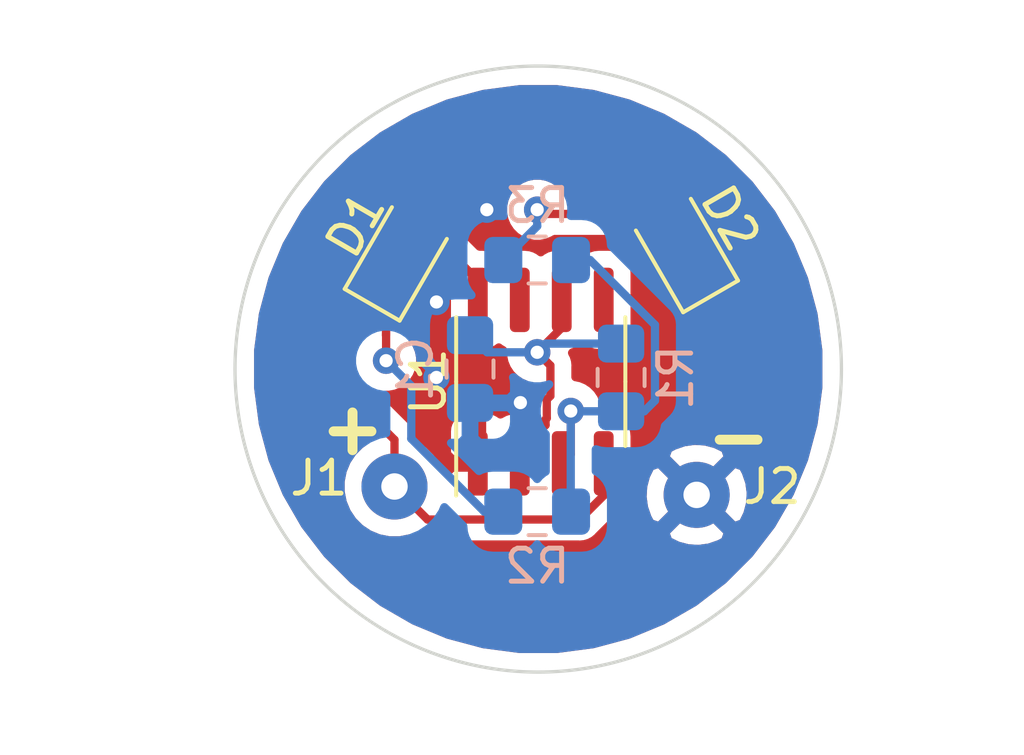
<source format=kicad_pcb>
(kicad_pcb (version 20171130) (host pcbnew 5.1.5-1.fc31)

  (general
    (thickness 1.6)
    (drawings 3)
    (tracks 60)
    (zones 0)
    (modules 9)
    (nets 9)
  )

  (page A4)
  (layers
    (0 F.Cu signal)
    (31 B.Cu signal)
    (32 B.Adhes user)
    (33 F.Adhes user)
    (34 B.Paste user)
    (35 F.Paste user)
    (36 B.SilkS user)
    (37 F.SilkS user)
    (38 B.Mask user)
    (39 F.Mask user)
    (40 Dwgs.User user)
    (41 Cmts.User user)
    (42 Eco1.User user)
    (43 Eco2.User user)
    (44 Edge.Cuts user)
    (45 Margin user)
    (46 B.CrtYd user)
    (47 F.CrtYd user)
    (48 B.Fab user)
    (49 F.Fab user)
  )

  (setup
    (last_trace_width 0.25)
    (trace_clearance 0.2)
    (zone_clearance 0.508)
    (zone_45_only no)
    (trace_min 0.2)
    (via_size 0.8)
    (via_drill 0.4)
    (via_min_size 0.4)
    (via_min_drill 0.3)
    (uvia_size 0.3)
    (uvia_drill 0.1)
    (uvias_allowed no)
    (uvia_min_size 0.2)
    (uvia_min_drill 0.1)
    (edge_width 0.1)
    (segment_width 0.2)
    (pcb_text_width 0.3)
    (pcb_text_size 1.5 1.5)
    (mod_edge_width 0.15)
    (mod_text_size 1 1)
    (mod_text_width 0.15)
    (pad_size 1.524 1.524)
    (pad_drill 0.762)
    (pad_to_mask_clearance 0)
    (aux_axis_origin 0 0)
    (visible_elements FFFFFF7F)
    (pcbplotparams
      (layerselection 0x010fc_ffffffff)
      (usegerberextensions false)
      (usegerberattributes false)
      (usegerberadvancedattributes false)
      (creategerberjobfile false)
      (excludeedgelayer true)
      (linewidth 0.100000)
      (plotframeref false)
      (viasonmask false)
      (mode 1)
      (useauxorigin false)
      (hpglpennumber 1)
      (hpglpenspeed 20)
      (hpglpendiameter 15.000000)
      (psnegative false)
      (psa4output false)
      (plotreference true)
      (plotvalue true)
      (plotinvisibletext false)
      (padsonsilk false)
      (subtractmaskfromsilk false)
      (outputformat 1)
      (mirror false)
      (drillshape 1)
      (scaleselection 1)
      (outputdirectory ""))
  )

  (net 0 "")
  (net 1 GND)
  (net 2 "Net-(C1-Pad1)")
  (net 3 +9V)
  (net 4 "Net-(D1-Pad1)")
  (net 5 "Net-(D2-Pad2)")
  (net 6 "Net-(R1-Pad1)")
  (net 7 "Net-(U1-Pad7)")
  (net 8 "Net-(U1-Pad5)")

  (net_class Default "This is the default net class."
    (clearance 0.2)
    (trace_width 0.25)
    (via_dia 0.8)
    (via_drill 0.4)
    (uvia_dia 0.3)
    (uvia_drill 0.1)
    (add_net +9V)
    (add_net GND)
    (add_net "Net-(C1-Pad1)")
    (add_net "Net-(D1-Pad1)")
    (add_net "Net-(D2-Pad2)")
    (add_net "Net-(R1-Pad1)")
    (add_net "Net-(U1-Pad5)")
    (add_net "Net-(U1-Pad7)")
  )

  (module Package_SO:SOIC-8_3.9x4.9mm_P1.27mm (layer F.Cu) (tedit 5D9F72B1) (tstamp 5E2BD8F9)
    (at 168.002 66.674 90)
    (descr "SOIC, 8 Pin (JEDEC MS-012AA, https://www.analog.com/media/en/package-pcb-resources/package/pkg_pdf/soic_narrow-r/r_8.pdf), generated with kicad-footprint-generator ipc_gullwing_generator.py")
    (tags "SOIC SO")
    (path /5E2A2875)
    (attr smd)
    (fp_text reference U1 (at 0 -3.4 90) (layer F.SilkS)
      (effects (font (size 1 1) (thickness 0.15)))
    )
    (fp_text value NE555 (at 0 3.4 90) (layer F.Fab)
      (effects (font (size 1 1) (thickness 0.15)))
    )
    (fp_text user %R (at 0 0 90) (layer F.Fab)
      (effects (font (size 0.98 0.98) (thickness 0.15)))
    )
    (fp_line (start 3.7 -2.7) (end -3.7 -2.7) (layer F.CrtYd) (width 0.05))
    (fp_line (start 3.7 2.7) (end 3.7 -2.7) (layer F.CrtYd) (width 0.05))
    (fp_line (start -3.7 2.7) (end 3.7 2.7) (layer F.CrtYd) (width 0.05))
    (fp_line (start -3.7 -2.7) (end -3.7 2.7) (layer F.CrtYd) (width 0.05))
    (fp_line (start -1.95 -1.475) (end -0.975 -2.45) (layer F.Fab) (width 0.1))
    (fp_line (start -1.95 2.45) (end -1.95 -1.475) (layer F.Fab) (width 0.1))
    (fp_line (start 1.95 2.45) (end -1.95 2.45) (layer F.Fab) (width 0.1))
    (fp_line (start 1.95 -2.45) (end 1.95 2.45) (layer F.Fab) (width 0.1))
    (fp_line (start -0.975 -2.45) (end 1.95 -2.45) (layer F.Fab) (width 0.1))
    (fp_line (start 0 -2.56) (end -3.45 -2.56) (layer F.SilkS) (width 0.12))
    (fp_line (start 0 -2.56) (end 1.95 -2.56) (layer F.SilkS) (width 0.12))
    (fp_line (start 0 2.56) (end -1.95 2.56) (layer F.SilkS) (width 0.12))
    (fp_line (start 0 2.56) (end 1.95 2.56) (layer F.SilkS) (width 0.12))
    (pad 8 smd roundrect (at 2.475 -1.905 90) (size 1.95 0.6) (layers F.Cu F.Paste F.Mask) (roundrect_rratio 0.25)
      (net 3 +9V))
    (pad 7 smd roundrect (at 2.475 -0.635 90) (size 1.95 0.6) (layers F.Cu F.Paste F.Mask) (roundrect_rratio 0.25)
      (net 7 "Net-(U1-Pad7)"))
    (pad 6 smd roundrect (at 2.475 0.635 90) (size 1.95 0.6) (layers F.Cu F.Paste F.Mask) (roundrect_rratio 0.25)
      (net 2 "Net-(C1-Pad1)"))
    (pad 5 smd roundrect (at 2.475 1.905 90) (size 1.95 0.6) (layers F.Cu F.Paste F.Mask) (roundrect_rratio 0.25)
      (net 8 "Net-(U1-Pad5)"))
    (pad 4 smd roundrect (at -2.475 1.905 90) (size 1.95 0.6) (layers F.Cu F.Paste F.Mask) (roundrect_rratio 0.25)
      (net 3 +9V))
    (pad 3 smd roundrect (at -2.475 0.635 90) (size 1.95 0.6) (layers F.Cu F.Paste F.Mask) (roundrect_rratio 0.25)
      (net 6 "Net-(R1-Pad1)"))
    (pad 2 smd roundrect (at -2.475 -0.635 90) (size 1.95 0.6) (layers F.Cu F.Paste F.Mask) (roundrect_rratio 0.25)
      (net 2 "Net-(C1-Pad1)"))
    (pad 1 smd roundrect (at -2.475 -1.905 90) (size 1.95 0.6) (layers F.Cu F.Paste F.Mask) (roundrect_rratio 0.25)
      (net 1 GND))
    (model ${KISYS3DMOD}/Package_SO.3dshapes/SOIC-8_3.9x4.9mm_P1.27mm.wrl
      (at (xyz 0 0 0))
      (scale (xyz 1 1 1))
      (rotate (xyz 0 0 0))
    )
  )

  (module Resistor_SMD:R_0805_2012Metric_Pad1.15x1.40mm_HandSolder (layer B.Cu) (tedit 5B36C52B) (tstamp 5E2BD8DF)
    (at 167.894 62.992 180)
    (descr "Resistor SMD 0805 (2012 Metric), square (rectangular) end terminal, IPC_7351 nominal with elongated pad for handsoldering. (Body size source: https://docs.google.com/spreadsheets/d/1BsfQQcO9C6DZCsRaXUlFlo91Tg2WpOkGARC1WS5S8t0/edit?usp=sharing), generated with kicad-footprint-generator")
    (tags "resistor handsolder")
    (path /5E2A6352)
    (attr smd)
    (fp_text reference R3 (at 0 1.65) (layer B.SilkS)
      (effects (font (size 1 1) (thickness 0.15)) (justify mirror))
    )
    (fp_text value 470 (at 0 -1.65) (layer B.Fab)
      (effects (font (size 1 1) (thickness 0.15)) (justify mirror))
    )
    (fp_text user %R (at 0 0) (layer B.Fab)
      (effects (font (size 0.5 0.5) (thickness 0.08)) (justify mirror))
    )
    (fp_line (start 1.85 -0.95) (end -1.85 -0.95) (layer B.CrtYd) (width 0.05))
    (fp_line (start 1.85 0.95) (end 1.85 -0.95) (layer B.CrtYd) (width 0.05))
    (fp_line (start -1.85 0.95) (end 1.85 0.95) (layer B.CrtYd) (width 0.05))
    (fp_line (start -1.85 -0.95) (end -1.85 0.95) (layer B.CrtYd) (width 0.05))
    (fp_line (start -0.261252 -0.71) (end 0.261252 -0.71) (layer B.SilkS) (width 0.12))
    (fp_line (start -0.261252 0.71) (end 0.261252 0.71) (layer B.SilkS) (width 0.12))
    (fp_line (start 1 -0.6) (end -1 -0.6) (layer B.Fab) (width 0.1))
    (fp_line (start 1 0.6) (end 1 -0.6) (layer B.Fab) (width 0.1))
    (fp_line (start -1 0.6) (end 1 0.6) (layer B.Fab) (width 0.1))
    (fp_line (start -1 -0.6) (end -1 0.6) (layer B.Fab) (width 0.1))
    (pad 2 smd roundrect (at 1.025 0 180) (size 1.15 1.4) (layers B.Cu B.Paste B.Mask) (roundrect_rratio 0.217391)
      (net 5 "Net-(D2-Pad2)"))
    (pad 1 smd roundrect (at -1.025 0 180) (size 1.15 1.4) (layers B.Cu B.Paste B.Mask) (roundrect_rratio 0.217391)
      (net 6 "Net-(R1-Pad1)"))
    (model ${KISYS3DMOD}/Resistor_SMD.3dshapes/R_0805_2012Metric.wrl
      (at (xyz 0 0 0))
      (scale (xyz 1 1 1))
      (rotate (xyz 0 0 0))
    )
  )

  (module Resistor_SMD:R_0805_2012Metric_Pad1.15x1.40mm_HandSolder (layer B.Cu) (tedit 5B36C52B) (tstamp 5E2BD8CE)
    (at 167.894 70.612)
    (descr "Resistor SMD 0805 (2012 Metric), square (rectangular) end terminal, IPC_7351 nominal with elongated pad for handsoldering. (Body size source: https://docs.google.com/spreadsheets/d/1BsfQQcO9C6DZCsRaXUlFlo91Tg2WpOkGARC1WS5S8t0/edit?usp=sharing), generated with kicad-footprint-generator")
    (tags "resistor handsolder")
    (path /5E2A5E44)
    (attr smd)
    (fp_text reference R2 (at 0 1.65 180) (layer B.SilkS)
      (effects (font (size 1 1) (thickness 0.15)) (justify mirror))
    )
    (fp_text value 470 (at 0 -1.65 180) (layer B.Fab)
      (effects (font (size 1 1) (thickness 0.15)) (justify mirror))
    )
    (fp_text user %R (at 0 0 180) (layer B.Fab)
      (effects (font (size 0.5 0.5) (thickness 0.08)) (justify mirror))
    )
    (fp_line (start 1.85 -0.95) (end -1.85 -0.95) (layer B.CrtYd) (width 0.05))
    (fp_line (start 1.85 0.95) (end 1.85 -0.95) (layer B.CrtYd) (width 0.05))
    (fp_line (start -1.85 0.95) (end 1.85 0.95) (layer B.CrtYd) (width 0.05))
    (fp_line (start -1.85 -0.95) (end -1.85 0.95) (layer B.CrtYd) (width 0.05))
    (fp_line (start -0.261252 -0.71) (end 0.261252 -0.71) (layer B.SilkS) (width 0.12))
    (fp_line (start -0.261252 0.71) (end 0.261252 0.71) (layer B.SilkS) (width 0.12))
    (fp_line (start 1 -0.6) (end -1 -0.6) (layer B.Fab) (width 0.1))
    (fp_line (start 1 0.6) (end 1 -0.6) (layer B.Fab) (width 0.1))
    (fp_line (start -1 0.6) (end 1 0.6) (layer B.Fab) (width 0.1))
    (fp_line (start -1 -0.6) (end -1 0.6) (layer B.Fab) (width 0.1))
    (pad 2 smd roundrect (at 1.025 0) (size 1.15 1.4) (layers B.Cu B.Paste B.Mask) (roundrect_rratio 0.217391)
      (net 6 "Net-(R1-Pad1)"))
    (pad 1 smd roundrect (at -1.025 0) (size 1.15 1.4) (layers B.Cu B.Paste B.Mask) (roundrect_rratio 0.217391)
      (net 4 "Net-(D1-Pad1)"))
    (model ${KISYS3DMOD}/Resistor_SMD.3dshapes/R_0805_2012Metric.wrl
      (at (xyz 0 0 0))
      (scale (xyz 1 1 1))
      (rotate (xyz 0 0 0))
    )
  )

  (module Resistor_SMD:R_0805_2012Metric_Pad1.15x1.40mm_HandSolder (layer B.Cu) (tedit 5B36C52B) (tstamp 5E2BD8BD)
    (at 170.434 66.548 90)
    (descr "Resistor SMD 0805 (2012 Metric), square (rectangular) end terminal, IPC_7351 nominal with elongated pad for handsoldering. (Body size source: https://docs.google.com/spreadsheets/d/1BsfQQcO9C6DZCsRaXUlFlo91Tg2WpOkGARC1WS5S8t0/edit?usp=sharing), generated with kicad-footprint-generator")
    (tags "resistor handsolder")
    (path /5E2A549B)
    (attr smd)
    (fp_text reference R1 (at 0 1.65 90) (layer B.SilkS)
      (effects (font (size 1 1) (thickness 0.15)) (justify mirror))
    )
    (fp_text value 47k (at 0 -1.65 90) (layer B.Fab)
      (effects (font (size 1 1) (thickness 0.15)) (justify mirror))
    )
    (fp_text user %R (at 0 0 90) (layer B.Fab)
      (effects (font (size 0.5 0.5) (thickness 0.08)) (justify mirror))
    )
    (fp_line (start 1.85 -0.95) (end -1.85 -0.95) (layer B.CrtYd) (width 0.05))
    (fp_line (start 1.85 0.95) (end 1.85 -0.95) (layer B.CrtYd) (width 0.05))
    (fp_line (start -1.85 0.95) (end 1.85 0.95) (layer B.CrtYd) (width 0.05))
    (fp_line (start -1.85 -0.95) (end -1.85 0.95) (layer B.CrtYd) (width 0.05))
    (fp_line (start -0.261252 -0.71) (end 0.261252 -0.71) (layer B.SilkS) (width 0.12))
    (fp_line (start -0.261252 0.71) (end 0.261252 0.71) (layer B.SilkS) (width 0.12))
    (fp_line (start 1 -0.6) (end -1 -0.6) (layer B.Fab) (width 0.1))
    (fp_line (start 1 0.6) (end 1 -0.6) (layer B.Fab) (width 0.1))
    (fp_line (start -1 0.6) (end 1 0.6) (layer B.Fab) (width 0.1))
    (fp_line (start -1 -0.6) (end -1 0.6) (layer B.Fab) (width 0.1))
    (pad 2 smd roundrect (at 1.025 0 90) (size 1.15 1.4) (layers B.Cu B.Paste B.Mask) (roundrect_rratio 0.217391)
      (net 2 "Net-(C1-Pad1)"))
    (pad 1 smd roundrect (at -1.025 0 90) (size 1.15 1.4) (layers B.Cu B.Paste B.Mask) (roundrect_rratio 0.217391)
      (net 6 "Net-(R1-Pad1)"))
    (model ${KISYS3DMOD}/Resistor_SMD.3dshapes/R_0805_2012Metric.wrl
      (at (xyz 0 0 0))
      (scale (xyz 1 1 1))
      (rotate (xyz 0 0 0))
    )
  )

  (module Connector_Wire:SolderWirePad_1x01_Drill0.8mm (layer F.Cu) (tedit 5A2676A0) (tstamp 5E2BD8AC)
    (at 172.72 70.104)
    (descr "Wire solder connection")
    (tags connector)
    (path /5E2B4D4C)
    (attr virtual)
    (fp_text reference J2 (at 2.286 -0.254) (layer F.SilkS)
      (effects (font (size 1 1) (thickness 0.15)))
    )
    (fp_text value Conn_01x01 (at 0 2.54) (layer F.Fab)
      (effects (font (size 1 1) (thickness 0.15)))
    )
    (fp_line (start 1.5 1.5) (end -1.5 1.5) (layer F.CrtYd) (width 0.05))
    (fp_line (start 1.5 1.5) (end 1.5 -1.5) (layer F.CrtYd) (width 0.05))
    (fp_line (start -1.5 -1.5) (end -1.5 1.5) (layer F.CrtYd) (width 0.05))
    (fp_line (start -1.5 -1.5) (end 1.5 -1.5) (layer F.CrtYd) (width 0.05))
    (fp_text user %R (at 0 0) (layer F.Fab)
      (effects (font (size 1 1) (thickness 0.15)))
    )
    (pad 1 thru_hole circle (at 0 0) (size 1.99898 1.99898) (drill 0.8001) (layers *.Cu *.Mask)
      (net 1 GND))
  )

  (module Connector_Wire:SolderWirePad_1x01_Drill0.8mm (layer F.Cu) (tedit 5A2676A0) (tstamp 5E2BD8A2)
    (at 163.576 69.85)
    (descr "Wire solder connection")
    (tags connector)
    (path /5E2B487D)
    (attr virtual)
    (fp_text reference J1 (at -2.286 -0.254) (layer F.SilkS)
      (effects (font (size 1 1) (thickness 0.15)))
    )
    (fp_text value Conn_01x01 (at 0 2.54) (layer F.Fab)
      (effects (font (size 1 1) (thickness 0.15)))
    )
    (fp_line (start 1.5 1.5) (end -1.5 1.5) (layer F.CrtYd) (width 0.05))
    (fp_line (start 1.5 1.5) (end 1.5 -1.5) (layer F.CrtYd) (width 0.05))
    (fp_line (start -1.5 -1.5) (end -1.5 1.5) (layer F.CrtYd) (width 0.05))
    (fp_line (start -1.5 -1.5) (end 1.5 -1.5) (layer F.CrtYd) (width 0.05))
    (fp_text user %R (at 0 0) (layer F.Fab)
      (effects (font (size 1 1) (thickness 0.15)))
    )
    (pad 1 thru_hole circle (at 0 0) (size 1.99898 1.99898) (drill 0.8001) (layers *.Cu *.Mask)
      (net 3 +9V))
  )

  (module LED_SMD:LED_0805_2012Metric_Pad1.15x1.40mm_HandSolder (layer F.Cu) (tedit 5B4B45C9) (tstamp 5E2BD898)
    (at 172.212 62.484 120)
    (descr "LED SMD 0805 (2012 Metric), square (rectangular) end terminal, IPC_7351 nominal, (Body size source: https://docs.google.com/spreadsheets/d/1BsfQQcO9C6DZCsRaXUlFlo91Tg2WpOkGARC1WS5S8t0/edit?usp=sharing), generated with kicad-footprint-generator")
    (tags "LED handsolder")
    (path /5E2A7570)
    (attr smd)
    (fp_text reference D2 (at -0.102089 1.700823 120) (layer F.SilkS)
      (effects (font (size 1 1) (thickness 0.15)))
    )
    (fp_text value LED (at 0 1.65 120) (layer F.Fab)
      (effects (font (size 1 1) (thickness 0.15)))
    )
    (fp_text user %R (at 0 0 120) (layer F.Fab)
      (effects (font (size 0.5 0.5) (thickness 0.08)))
    )
    (fp_line (start 1.85 0.95) (end -1.85 0.95) (layer F.CrtYd) (width 0.05))
    (fp_line (start 1.85 -0.95) (end 1.85 0.95) (layer F.CrtYd) (width 0.05))
    (fp_line (start -1.85 -0.95) (end 1.85 -0.95) (layer F.CrtYd) (width 0.05))
    (fp_line (start -1.85 0.95) (end -1.85 -0.95) (layer F.CrtYd) (width 0.05))
    (fp_line (start -1.86 0.96) (end 1 0.96) (layer F.SilkS) (width 0.12))
    (fp_line (start -1.86 -0.96) (end -1.86 0.96) (layer F.SilkS) (width 0.12))
    (fp_line (start 1 -0.96) (end -1.86 -0.96) (layer F.SilkS) (width 0.12))
    (fp_line (start 1 0.6) (end 1 -0.6) (layer F.Fab) (width 0.1))
    (fp_line (start -1 0.6) (end 1 0.6) (layer F.Fab) (width 0.1))
    (fp_line (start -1 -0.3) (end -1 0.6) (layer F.Fab) (width 0.1))
    (fp_line (start -0.7 -0.6) (end -1 -0.3) (layer F.Fab) (width 0.1))
    (fp_line (start 1 -0.6) (end -0.7 -0.6) (layer F.Fab) (width 0.1))
    (pad 2 smd roundrect (at 1.025 0 120) (size 1.15 1.4) (layers F.Cu F.Paste F.Mask) (roundrect_rratio 0.217391)
      (net 5 "Net-(D2-Pad2)"))
    (pad 1 smd roundrect (at -1.025 0 120) (size 1.15 1.4) (layers F.Cu F.Paste F.Mask) (roundrect_rratio 0.217391)
      (net 1 GND))
    (model ${KISYS3DMOD}/LED_SMD.3dshapes/LED_0805_2012Metric.wrl
      (at (xyz 0 0 0))
      (scale (xyz 1 1 1))
      (rotate (xyz 0 0 0))
    )
  )

  (module LED_SMD:LED_0805_2012Metric_Pad1.15x1.40mm_HandSolder (layer F.Cu) (tedit 5B4B45C9) (tstamp 5E2BD885)
    (at 163.83 62.738 60)
    (descr "LED SMD 0805 (2012 Metric), square (rectangular) end terminal, IPC_7351 nominal, (Body size source: https://docs.google.com/spreadsheets/d/1BsfQQcO9C6DZCsRaXUlFlo91Tg2WpOkGARC1WS5S8t0/edit?usp=sharing), generated with kicad-footprint-generator")
    (tags "LED handsolder")
    (path /5E2A6A5B)
    (attr smd)
    (fp_text reference D1 (at 0 -1.65 60) (layer F.SilkS)
      (effects (font (size 1 1) (thickness 0.15)))
    )
    (fp_text value LED (at 0 1.65 60) (layer F.Fab)
      (effects (font (size 1 1) (thickness 0.15)))
    )
    (fp_text user %R (at 0 0 60) (layer F.Fab)
      (effects (font (size 0.5 0.5) (thickness 0.08)))
    )
    (fp_line (start 1.85 0.95) (end -1.85 0.95) (layer F.CrtYd) (width 0.05))
    (fp_line (start 1.85 -0.95) (end 1.85 0.95) (layer F.CrtYd) (width 0.05))
    (fp_line (start -1.85 -0.95) (end 1.85 -0.95) (layer F.CrtYd) (width 0.05))
    (fp_line (start -1.85 0.95) (end -1.85 -0.95) (layer F.CrtYd) (width 0.05))
    (fp_line (start -1.86 0.96) (end 1 0.96) (layer F.SilkS) (width 0.12))
    (fp_line (start -1.86 -0.96) (end -1.86 0.96) (layer F.SilkS) (width 0.12))
    (fp_line (start 1 -0.96) (end -1.86 -0.96) (layer F.SilkS) (width 0.12))
    (fp_line (start 1 0.6) (end 1 -0.6) (layer F.Fab) (width 0.1))
    (fp_line (start -1 0.6) (end 1 0.6) (layer F.Fab) (width 0.1))
    (fp_line (start -1 -0.3) (end -1 0.6) (layer F.Fab) (width 0.1))
    (fp_line (start -0.7 -0.6) (end -1 -0.3) (layer F.Fab) (width 0.1))
    (fp_line (start 1 -0.6) (end -0.7 -0.6) (layer F.Fab) (width 0.1))
    (pad 2 smd roundrect (at 1.025 0 60) (size 1.15 1.4) (layers F.Cu F.Paste F.Mask) (roundrect_rratio 0.217391)
      (net 3 +9V))
    (pad 1 smd roundrect (at -1.025 0 60) (size 1.15 1.4) (layers F.Cu F.Paste F.Mask) (roundrect_rratio 0.217391)
      (net 4 "Net-(D1-Pad1)"))
    (model ${KISYS3DMOD}/LED_SMD.3dshapes/LED_0805_2012Metric.wrl
      (at (xyz 0 0 0))
      (scale (xyz 1 1 1))
      (rotate (xyz 0 0 0))
    )
  )

  (module Capacitor_SMD:C_0805_2012Metric_Pad1.15x1.40mm_HandSolder (layer B.Cu) (tedit 5B36C52B) (tstamp 5E2BD872)
    (at 165.862 66.294 270)
    (descr "Capacitor SMD 0805 (2012 Metric), square (rectangular) end terminal, IPC_7351 nominal with elongated pad for handsoldering. (Body size source: https://docs.google.com/spreadsheets/d/1BsfQQcO9C6DZCsRaXUlFlo91Tg2WpOkGARC1WS5S8t0/edit?usp=sharing), generated with kicad-footprint-generator")
    (tags "capacitor handsolder")
    (path /5E2A6626)
    (attr smd)
    (fp_text reference C1 (at 0 1.65 270) (layer B.SilkS)
      (effects (font (size 1 1) (thickness 0.15)) (justify mirror))
    )
    (fp_text value 10u (at 0 -1.65 270) (layer B.Fab)
      (effects (font (size 1 1) (thickness 0.15)) (justify mirror))
    )
    (fp_text user %R (at 0 0 270) (layer B.Fab)
      (effects (font (size 0.5 0.5) (thickness 0.08)) (justify mirror))
    )
    (fp_line (start 1.85 -0.95) (end -1.85 -0.95) (layer B.CrtYd) (width 0.05))
    (fp_line (start 1.85 0.95) (end 1.85 -0.95) (layer B.CrtYd) (width 0.05))
    (fp_line (start -1.85 0.95) (end 1.85 0.95) (layer B.CrtYd) (width 0.05))
    (fp_line (start -1.85 -0.95) (end -1.85 0.95) (layer B.CrtYd) (width 0.05))
    (fp_line (start -0.261252 -0.71) (end 0.261252 -0.71) (layer B.SilkS) (width 0.12))
    (fp_line (start -0.261252 0.71) (end 0.261252 0.71) (layer B.SilkS) (width 0.12))
    (fp_line (start 1 -0.6) (end -1 -0.6) (layer B.Fab) (width 0.1))
    (fp_line (start 1 0.6) (end 1 -0.6) (layer B.Fab) (width 0.1))
    (fp_line (start -1 0.6) (end 1 0.6) (layer B.Fab) (width 0.1))
    (fp_line (start -1 -0.6) (end -1 0.6) (layer B.Fab) (width 0.1))
    (pad 2 smd roundrect (at 1.025 0 270) (size 1.15 1.4) (layers B.Cu B.Paste B.Mask) (roundrect_rratio 0.217391)
      (net 1 GND))
    (pad 1 smd roundrect (at -1.025 0 270) (size 1.15 1.4) (layers B.Cu B.Paste B.Mask) (roundrect_rratio 0.217391)
      (net 2 "Net-(C1-Pad1)"))
    (model ${KISYS3DMOD}/Capacitor_SMD.3dshapes/C_0805_2012Metric.wrl
      (at (xyz 0 0 0))
      (scale (xyz 1 1 1))
      (rotate (xyz 0 0 0))
    )
  )

  (gr_circle (center 167.925695 66.294) (end 161.067695 60.198) (layer Edge.Cuts) (width 0.1))
  (gr_text - (at 173.99 68.326) (layer F.SilkS)
    (effects (font (size 1.5 1.5) (thickness 0.3)))
  )
  (gr_text + (at 162.306 68.072) (layer F.SilkS)
    (effects (font (size 1.5 1.5) (thickness 0.3)))
  )

  (via (at 167.386 67.31) (size 0.8) (drill 0.4) (layers F.Cu B.Cu) (net 1))
  (via (at 166.37 61.468) (size 0.8) (drill 0.4) (layers F.Cu B.Cu) (net 1))
  (via (at 164.846 66.548) (size 0.8) (drill 0.4) (layers F.Cu B.Cu) (net 1))
  (via (at 164.846 64.262) (size 0.8) (drill 0.4) (layers F.Cu B.Cu) (net 1))
  (via (at 167.894 65.786) (size 0.8) (drill 0.4) (layers F.Cu B.Cu) (net 2))
  (segment (start 170.434 65.523) (end 168.157 65.523) (width 0.25) (layer B.Cu) (net 2))
  (segment (start 168.157 65.523) (end 167.894 65.786) (width 0.25) (layer B.Cu) (net 2))
  (segment (start 168.637 65.043) (end 168.637 64.199) (width 0.25) (layer F.Cu) (net 2))
  (segment (start 167.894 65.786) (end 168.637 65.043) (width 0.25) (layer F.Cu) (net 2))
  (segment (start 166.379 65.786) (end 165.862 65.269) (width 0.25) (layer B.Cu) (net 2))
  (segment (start 167.894 65.786) (end 166.379 65.786) (width 0.25) (layer B.Cu) (net 2))
  (segment (start 168.293999 67.106999) (end 168.184999 67.215999) (width 0.25) (layer F.Cu) (net 2))
  (segment (start 167.894 65.786) (end 168.293999 66.185999) (width 0.25) (layer F.Cu) (net 2))
  (segment (start 168.293999 66.185999) (end 168.293999 67.106999) (width 0.25) (layer F.Cu) (net 2))
  (segment (start 168.184999 67.215999) (end 168.184999 67.781001) (width 0.25) (layer F.Cu) (net 2))
  (segment (start 168.148 67.991232) (end 167.894 68.245232) (width 0.25) (layer F.Cu) (net 2))
  (segment (start 168.184999 67.781001) (end 168.148 67.818) (width 0.25) (layer F.Cu) (net 2))
  (segment (start 168.148 67.818) (end 168.148 67.991232) (width 0.25) (layer F.Cu) (net 2))
  (segment (start 167.894 68.622) (end 167.367 69.149) (width 0.25) (layer F.Cu) (net 2))
  (segment (start 167.894 68.245232) (end 167.894 68.622) (width 0.25) (layer F.Cu) (net 2))
  (segment (start 169.907 70.124) (end 169.907 69.149) (width 0.25) (layer F.Cu) (net 3))
  (segment (start 169.181511 70.849489) (end 169.907 70.124) (width 0.25) (layer F.Cu) (net 3))
  (segment (start 164.575489 70.849489) (end 169.181511 70.849489) (width 0.25) (layer F.Cu) (net 3))
  (segment (start 163.576 69.85) (end 164.575489 70.849489) (width 0.25) (layer F.Cu) (net 3))
  (segment (start 163.546749 61.850324) (end 163.547983 61.850324) (width 0.25) (layer F.Cu) (net 3))
  (segment (start 163.576 68.436508) (end 162.190813 67.051321) (width 0.25) (layer F.Cu) (net 3))
  (segment (start 163.547983 61.850324) (end 164.3425 61.850324) (width 0.25) (layer F.Cu) (net 3))
  (segment (start 163.576 69.85) (end 163.576 68.436508) (width 0.25) (layer F.Cu) (net 3))
  (segment (start 166.097 63.604824) (end 166.097 64.199) (width 0.25) (layer F.Cu) (net 3))
  (segment (start 164.3425 61.850324) (end 166.097 63.604824) (width 0.25) (layer F.Cu) (net 3))
  (segment (start 162.190813 67.051321) (end 162.190813 64.654813) (width 0.25) (layer F.Cu) (net 3))
  (segment (start 162.190813 64.654813) (end 161.544 64.008) (width 0.25) (layer F.Cu) (net 3))
  (segment (start 161.544 64.008) (end 161.544 62.992) (width 0.25) (layer F.Cu) (net 3))
  (segment (start 162.685676 61.850324) (end 164.3425 61.850324) (width 0.25) (layer F.Cu) (net 3))
  (segment (start 161.544 62.992) (end 162.685676 61.850324) (width 0.25) (layer F.Cu) (net 3))
  (via (at 163.322 66.04) (size 0.8) (drill 0.4) (layers F.Cu B.Cu) (net 4))
  (segment (start 166.869 70.612) (end 166.294 70.612) (width 0.25) (layer B.Cu) (net 4))
  (segment (start 166.294 70.612) (end 164.084 68.402) (width 0.25) (layer B.Cu) (net 4))
  (segment (start 164.084 66.802) (end 163.322 66.04) (width 0.25) (layer B.Cu) (net 4))
  (segment (start 164.084 68.402) (end 164.084 66.802) (width 0.25) (layer B.Cu) (net 4))
  (segment (start 163.322 66.04) (end 163.322 65.024) (width 0.25) (layer F.Cu) (net 4))
  (segment (start 163.3175 65.2735) (end 163.322 65.024) (width 0.25) (layer F.Cu) (net 4))
  (segment (start 163.322 65.024) (end 163.3175 63.625676) (width 0.25) (layer F.Cu) (net 4))
  (via (at 167.894 61.468) (size 0.8) (drill 0.4) (layers F.Cu B.Cu) (net 5))
  (segment (start 171.6995 61.596324) (end 168.022324 61.596324) (width 0.25) (layer F.Cu) (net 5))
  (segment (start 168.022324 61.596324) (end 167.894 61.468) (width 0.25) (layer F.Cu) (net 5))
  (segment (start 167.894 61.967) (end 166.869 62.992) (width 0.25) (layer B.Cu) (net 5))
  (segment (start 167.894 61.468) (end 167.894 61.967) (width 0.25) (layer B.Cu) (net 5))
  (segment (start 171.45901 64.95701) (end 171.45901 67.24799) (width 0.25) (layer B.Cu) (net 6))
  (segment (start 171.45901 67.24799) (end 171.134 67.573) (width 0.25) (layer B.Cu) (net 6))
  (segment (start 169.494 62.992) (end 171.45901 64.95701) (width 0.25) (layer B.Cu) (net 6))
  (segment (start 171.134 67.573) (end 170.434 67.573) (width 0.25) (layer B.Cu) (net 6))
  (segment (start 168.919 62.992) (end 169.494 62.992) (width 0.25) (layer B.Cu) (net 6))
  (via (at 168.91 67.564) (size 0.8) (drill 0.4) (layers F.Cu B.Cu) (net 6))
  (segment (start 170.434 67.573) (end 168.919 67.573) (width 0.25) (layer B.Cu) (net 6))
  (segment (start 168.919 67.573) (end 168.91 67.564) (width 0.25) (layer B.Cu) (net 6))
  (segment (start 168.91 68.876) (end 168.637 69.149) (width 0.25) (layer F.Cu) (net 6))
  (segment (start 168.91 67.564) (end 168.91 68.876) (width 0.25) (layer F.Cu) (net 6))
  (segment (start 168.91 70.603) (end 168.919 70.612) (width 0.25) (layer B.Cu) (net 6))
  (segment (start 168.91 67.564) (end 168.91 70.603) (width 0.25) (layer B.Cu) (net 6))

  (zone (net 1) (net_name GND) (layer F.Cu) (tstamp 5E2BE5F3) (hatch edge 0.508)
    (connect_pads (clearance 0.508))
    (min_thickness 0.254)
    (fill yes (arc_segments 32) (thermal_gap 0.508) (thermal_bridge_width 0.508))
    (polygon
      (pts
        (xy 182.626 55.626) (xy 180.086 77.978) (xy 154.94 75.692) (xy 151.638 55.118)
      )
    )
    (filled_polygon
      (pts
        (xy 169.582147 57.966451) (xy 170.654939 58.253905) (xy 171.681033 58.678927) (xy 172.642872 59.234245) (xy 173.523999 59.910358)
        (xy 174.309337 60.695696) (xy 174.98545 61.576823) (xy 175.540768 62.538662) (xy 175.96579 63.564756) (xy 176.253244 64.637548)
        (xy 176.398211 65.738682) (xy 176.398211 66.849318) (xy 176.253244 67.950452) (xy 175.96579 69.023244) (xy 175.540768 70.049338)
        (xy 174.98545 71.011177) (xy 174.309337 71.892304) (xy 173.523999 72.677642) (xy 172.642872 73.353755) (xy 171.681033 73.909073)
        (xy 170.654939 74.334095) (xy 169.582147 74.621549) (xy 168.481013 74.766516) (xy 167.370377 74.766516) (xy 166.269243 74.621549)
        (xy 165.196451 74.334095) (xy 164.170357 73.909073) (xy 163.208518 73.353755) (xy 162.327391 72.677642) (xy 161.542053 71.892304)
        (xy 160.86594 71.011177) (xy 160.310622 70.049338) (xy 159.8856 69.023244) (xy 159.598146 67.950452) (xy 159.453179 66.849318)
        (xy 159.453179 65.738682) (xy 159.598146 64.637548) (xy 159.8856 63.564756) (xy 160.122843 62.992) (xy 160.780324 62.992)
        (xy 160.784001 63.029332) (xy 160.784 63.970677) (xy 160.780324 64.008) (xy 160.784 64.045322) (xy 160.784 64.045332)
        (xy 160.794997 64.156985) (xy 160.834328 64.286643) (xy 160.838454 64.300246) (xy 160.909026 64.432276) (xy 160.924579 64.451227)
        (xy 161.003999 64.548001) (xy 161.033002 64.571803) (xy 161.430814 64.969616) (xy 161.430813 67.013998) (xy 161.427137 67.051321)
        (xy 161.430813 67.088643) (xy 161.430813 67.088653) (xy 161.44181 67.200306) (xy 161.474174 67.306998) (xy 161.485267 67.343567)
        (xy 161.555839 67.475597) (xy 161.582633 67.508245) (xy 161.650812 67.591322) (xy 161.679816 67.615125) (xy 162.600628 68.535937)
        (xy 162.534073 68.580408) (xy 162.306408 68.808073) (xy 162.127533 69.075778) (xy 162.004322 69.373237) (xy 161.94151 69.689017)
        (xy 161.94151 70.010983) (xy 162.004322 70.326763) (xy 162.127533 70.624222) (xy 162.306408 70.891927) (xy 162.534073 71.119592)
        (xy 162.801778 71.298467) (xy 163.099237 71.421678) (xy 163.415017 71.48449) (xy 163.736983 71.48449) (xy 164.052763 71.421678)
        (xy 164.067348 71.415637) (xy 164.151212 71.484463) (xy 164.186639 71.503399) (xy 164.283242 71.555035) (xy 164.426503 71.598492)
        (xy 164.538156 71.609489) (xy 164.538166 71.609489) (xy 164.575489 71.613165) (xy 164.612812 71.609489) (xy 169.144189 71.609489)
        (xy 169.181511 71.613165) (xy 169.218833 71.609489) (xy 169.218844 71.609489) (xy 169.330497 71.598492) (xy 169.473758 71.555035)
        (xy 169.605787 71.484463) (xy 169.721512 71.38949) (xy 169.745314 71.360487) (xy 169.866751 71.23905) (xy 171.764555 71.23905)
        (xy 171.860258 71.503399) (xy 172.149787 71.644238) (xy 172.461229 71.725885) (xy 172.782615 71.745205) (xy 173.101595 71.701454)
        (xy 173.405911 71.596314) (xy 173.579742 71.503399) (xy 173.675445 71.23905) (xy 172.72 70.283605) (xy 171.764555 71.23905)
        (xy 169.866751 71.23905) (xy 170.418009 70.687794) (xy 170.447001 70.664001) (xy 170.46042 70.64765) (xy 170.494829 70.629258)
        (xy 170.614251 70.531251) (xy 170.712258 70.411829) (xy 170.785084 70.275582) (xy 170.818138 70.166615) (xy 171.078795 70.166615)
        (xy 171.122546 70.485595) (xy 171.227686 70.789911) (xy 171.320601 70.963742) (xy 171.58495 71.059445) (xy 172.540395 70.104)
        (xy 172.899605 70.104) (xy 173.85505 71.059445) (xy 174.119399 70.963742) (xy 174.260238 70.674213) (xy 174.341885 70.362771)
        (xy 174.361205 70.041385) (xy 174.317454 69.722405) (xy 174.212314 69.418089) (xy 174.119399 69.244258) (xy 173.85505 69.148555)
        (xy 172.899605 70.104) (xy 172.540395 70.104) (xy 171.58495 69.148555) (xy 171.320601 69.244258) (xy 171.179762 69.533787)
        (xy 171.098115 69.845229) (xy 171.078795 70.166615) (xy 170.818138 70.166615) (xy 170.829929 70.127745) (xy 170.845072 69.974)
        (xy 170.845072 68.96895) (xy 171.764555 68.96895) (xy 172.72 69.924395) (xy 173.675445 68.96895) (xy 173.579742 68.704601)
        (xy 173.290213 68.563762) (xy 172.978771 68.482115) (xy 172.657385 68.462795) (xy 172.338405 68.506546) (xy 172.034089 68.611686)
        (xy 171.860258 68.704601) (xy 171.764555 68.96895) (xy 170.845072 68.96895) (xy 170.845072 68.324) (xy 170.829929 68.170255)
        (xy 170.785084 68.022418) (xy 170.712258 67.886171) (xy 170.614251 67.766749) (xy 170.494829 67.668742) (xy 170.358582 67.595916)
        (xy 170.210745 67.551071) (xy 170.057 67.535928) (xy 169.945 67.535928) (xy 169.945 67.462061) (xy 169.905226 67.262102)
        (xy 169.827205 67.073744) (xy 169.713937 66.904226) (xy 169.569774 66.760063) (xy 169.400256 66.646795) (xy 169.211898 66.568774)
        (xy 169.053999 66.537366) (xy 169.053999 66.223321) (xy 169.057675 66.185998) (xy 169.053999 66.148676) (xy 169.053999 66.148666)
        (xy 169.043002 66.037013) (xy 168.999545 65.893752) (xy 168.951303 65.803499) (xy 168.96533 65.789471) (xy 169.088582 65.752084)
        (xy 169.224829 65.679258) (xy 169.272 65.640546) (xy 169.319171 65.679258) (xy 169.455418 65.752084) (xy 169.603255 65.796929)
        (xy 169.757 65.812072) (xy 170.057 65.812072) (xy 170.210745 65.796929) (xy 170.358582 65.752084) (xy 170.494829 65.679258)
        (xy 170.614251 65.581251) (xy 170.712258 65.461829) (xy 170.785084 65.325582) (xy 170.829929 65.177745) (xy 170.845072 65.024)
        (xy 170.845072 64.286643) (xy 171.711231 64.286643) (xy 171.853196 64.538677) (xy 171.926054 64.640351) (xy 172.017349 64.725858)
        (xy 172.123571 64.79191) (xy 172.240637 64.835971) (xy 172.36405 64.856346) (xy 172.489067 64.852254) (xy 172.610884 64.823851)
        (xy 172.724818 64.772227) (xy 173.082033 64.562442) (xy 173.14014 64.345585) (xy 172.678015 63.545161) (xy 171.769338 64.069786)
        (xy 171.711231 64.286643) (xy 170.845072 64.286643) (xy 170.845072 63.374) (xy 170.829929 63.220255) (xy 170.785084 63.072418)
        (xy 170.712258 62.936171) (xy 170.614251 62.816749) (xy 170.494829 62.718742) (xy 170.358582 62.645916) (xy 170.210745 62.601071)
        (xy 170.057 62.585928) (xy 169.757 62.585928) (xy 169.603255 62.601071) (xy 169.455418 62.645916) (xy 169.319171 62.718742)
        (xy 169.272 62.757454) (xy 169.224829 62.718742) (xy 169.088582 62.645916) (xy 168.940745 62.601071) (xy 168.787 62.585928)
        (xy 168.487 62.585928) (xy 168.333255 62.601071) (xy 168.185418 62.645916) (xy 168.049171 62.718742) (xy 168.002 62.757454)
        (xy 167.954829 62.718742) (xy 167.818582 62.645916) (xy 167.670745 62.601071) (xy 167.517 62.585928) (xy 167.217 62.585928)
        (xy 167.063255 62.601071) (xy 166.915418 62.645916) (xy 166.779171 62.718742) (xy 166.732 62.757454) (xy 166.684829 62.718742)
        (xy 166.548582 62.645916) (xy 166.400745 62.601071) (xy 166.247 62.585928) (xy 166.152906 62.585928) (xy 165.707793 62.140816)
        (xy 165.735654 62.079326) (xy 165.775186 61.909781) (xy 165.780883 61.735782) (xy 165.752524 61.564015) (xy 165.6912 61.401081)
        (xy 165.669424 61.366061) (xy 166.859 61.366061) (xy 166.859 61.569939) (xy 166.898774 61.769898) (xy 166.976795 61.958256)
        (xy 167.090063 62.127774) (xy 167.234226 62.271937) (xy 167.403744 62.385205) (xy 167.592102 62.463226) (xy 167.792061 62.503)
        (xy 167.995939 62.503) (xy 168.195898 62.463226) (xy 168.384256 62.385205) (xy 168.42748 62.356324) (xy 170.593214 62.356324)
        (xy 170.703196 62.546819) (xy 170.804601 62.68833) (xy 170.931664 62.807338) (xy 171.079504 62.899271) (xy 171.242438 62.960595)
        (xy 171.250806 62.961977) (xy 171.214452 63.058566) (xy 171.194077 63.181979) (xy 171.198169 63.306996) (xy 171.226572 63.428813)
        (xy 171.278196 63.542747) (xy 171.425481 63.791709) (xy 171.642338 63.849816) (xy 172.389986 63.418161) (xy 172.897985 63.418161)
        (xy 173.36011 64.218585) (xy 173.576967 64.276692) (xy 173.937254 64.072227) (xy 174.038928 63.999369) (xy 174.124435 63.908074)
        (xy 174.190487 63.801852) (xy 174.234548 63.684786) (xy 174.254923 63.561373) (xy 174.250831 63.436356) (xy 174.222428 63.314539)
        (xy 174.170804 63.200605) (xy 174.023519 62.951643) (xy 173.806662 62.893536) (xy 172.897985 63.418161) (xy 172.389986 63.418161)
        (xy 172.551015 63.325191) (xy 172.541015 63.30787) (xy 172.760985 63.18087) (xy 172.770985 63.198191) (xy 173.679662 62.673566)
        (xy 173.737769 62.456709) (xy 173.595804 62.204675) (xy 173.522946 62.103001) (xy 173.431651 62.017494) (xy 173.325429 61.951442)
        (xy 173.208363 61.907381) (xy 173.106537 61.89057) (xy 173.109524 61.882633) (xy 173.137883 61.710866) (xy 173.132186 61.536867)
        (xy 173.092654 61.367322) (xy 173.020805 61.208748) (xy 172.695804 60.645829) (xy 172.594399 60.504318) (xy 172.467336 60.38531)
        (xy 172.319496 60.293377) (xy 172.156562 60.232053) (xy 171.984795 60.203694) (xy 171.810796 60.209391) (xy 171.641251 60.248923)
        (xy 171.482677 60.320772) (xy 170.703252 60.770773) (xy 170.611775 60.836324) (xy 168.716711 60.836324) (xy 168.697937 60.808226)
        (xy 168.553774 60.664063) (xy 168.384256 60.550795) (xy 168.195898 60.472774) (xy 167.995939 60.433) (xy 167.792061 60.433)
        (xy 167.592102 60.472774) (xy 167.403744 60.550795) (xy 167.234226 60.664063) (xy 167.090063 60.808226) (xy 166.976795 60.977744)
        (xy 166.898774 61.166102) (xy 166.859 61.366061) (xy 165.669424 61.366061) (xy 165.599267 61.253241) (xy 165.480259 61.126178)
        (xy 165.338748 61.024773) (xy 164.559323 60.574772) (xy 164.400749 60.502923) (xy 164.231204 60.463391) (xy 164.057205 60.457694)
        (xy 163.885438 60.486053) (xy 163.722504 60.547378) (xy 163.574664 60.63931) (xy 163.447601 60.758318) (xy 163.346196 60.899829)
        (xy 163.236214 61.090324) (xy 162.723001 61.090324) (xy 162.685676 61.086648) (xy 162.648351 61.090324) (xy 162.648343 61.090324)
        (xy 162.53669 61.101321) (xy 162.393429 61.144778) (xy 162.2614 61.21535) (xy 162.145675 61.310323) (xy 162.121877 61.339321)
        (xy 161.032998 62.428201) (xy 161.004 62.451999) (xy 160.980202 62.480997) (xy 160.980201 62.480998) (xy 160.909026 62.567724)
        (xy 160.838454 62.699754) (xy 160.825038 62.743983) (xy 160.795565 62.841147) (xy 160.794998 62.843015) (xy 160.780324 62.992)
        (xy 160.122843 62.992) (xy 160.310622 62.538662) (xy 160.86594 61.576823) (xy 161.542053 60.695696) (xy 162.327391 59.910358)
        (xy 163.208518 59.234245) (xy 164.170357 58.678927) (xy 165.196451 58.253905) (xy 166.269243 57.966451) (xy 167.370377 57.821484)
        (xy 168.481013 57.821484)
      )
    )
    (filled_polygon
      (pts
        (xy 165.158928 63.741554) (xy 165.158928 65.024) (xy 165.174071 65.177745) (xy 165.218916 65.325582) (xy 165.291742 65.461829)
        (xy 165.389749 65.581251) (xy 165.509171 65.679258) (xy 165.645418 65.752084) (xy 165.793255 65.796929) (xy 165.947 65.812072)
        (xy 166.247 65.812072) (xy 166.400745 65.796929) (xy 166.548582 65.752084) (xy 166.684829 65.679258) (xy 166.732 65.640546)
        (xy 166.779171 65.679258) (xy 166.859 65.721928) (xy 166.859 65.887939) (xy 166.898774 66.087898) (xy 166.976795 66.276256)
        (xy 167.090063 66.445774) (xy 167.234226 66.589937) (xy 167.403744 66.703205) (xy 167.534 66.757159) (xy 167.534 66.821704)
        (xy 167.479454 66.923752) (xy 167.479453 66.923753) (xy 167.435996 67.067014) (xy 167.424999 67.178667) (xy 167.424999 67.178677)
        (xy 167.421323 67.215999) (xy 167.424999 67.253321) (xy 167.424999 67.535928) (xy 167.217 67.535928) (xy 167.063255 67.551071)
        (xy 166.915418 67.595916) (xy 166.781064 67.66773) (xy 166.751494 67.643463) (xy 166.64118 67.584498) (xy 166.521482 67.548188)
        (xy 166.397 67.535928) (xy 166.38275 67.539) (xy 166.224 67.69775) (xy 166.224 69.022) (xy 166.244 69.022)
        (xy 166.244 69.276) (xy 166.224 69.276) (xy 166.224 69.296) (xy 165.97 69.296) (xy 165.97 69.276)
        (xy 165.32075 69.276) (xy 165.162 69.43475) (xy 165.161954 69.445009) (xy 165.147678 69.373237) (xy 165.024467 69.075778)
        (xy 164.845592 68.808073) (xy 164.617927 68.580408) (xy 164.350222 68.401533) (xy 164.335637 68.395492) (xy 164.325003 68.287522)
        (xy 164.290568 68.174) (xy 165.158928 68.174) (xy 165.162 68.86325) (xy 165.32075 69.022) (xy 165.97 69.022)
        (xy 165.97 67.69775) (xy 165.81125 67.539) (xy 165.797 67.535928) (xy 165.672518 67.548188) (xy 165.55282 67.584498)
        (xy 165.442506 67.643463) (xy 165.345815 67.722815) (xy 165.266463 67.819506) (xy 165.207498 67.92982) (xy 165.171188 68.049518)
        (xy 165.158928 68.174) (xy 164.290568 68.174) (xy 164.281546 68.144261) (xy 164.210974 68.012232) (xy 164.116001 67.896507)
        (xy 164.087003 67.872709) (xy 163.289293 67.075) (xy 163.423939 67.075) (xy 163.623898 67.035226) (xy 163.812256 66.957205)
        (xy 163.981774 66.843937) (xy 164.125937 66.699774) (xy 164.239205 66.530256) (xy 164.317226 66.341898) (xy 164.357 66.141939)
        (xy 164.357 65.938061) (xy 164.317226 65.738102) (xy 164.239205 65.549744) (xy 164.125937 65.380226) (xy 164.082 65.336289)
        (xy 164.082 65.060104) (xy 164.082116 65.058886) (xy 164.082022 65.029612) (xy 164.082549 65.000378) (xy 164.082 64.993543)
        (xy 164.082 64.986667) (xy 164.08188 64.985445) (xy 164.081409 64.839132) (xy 164.085336 64.83669) (xy 164.212399 64.717682)
        (xy 164.313804 64.576171) (xy 164.638805 64.013252) (xy 164.710654 63.854678) (xy 164.750186 63.685133) (xy 164.755883 63.511134)
        (xy 164.727524 63.339367) (xy 164.709891 63.292516)
      )
    )
  )
  (zone (net 1) (net_name GND) (layer B.Cu) (tstamp 5E2BE5F0) (hatch edge 0.508)
    (connect_pads (clearance 0.508))
    (min_thickness 0.254)
    (fill yes (arc_segments 32) (thermal_gap 0.508) (thermal_bridge_width 0.508))
    (polygon
      (pts
        (xy 180.086 55.626) (xy 179.07 76.962) (xy 158.496 76.2) (xy 153.924 60.706) (xy 156.464 55.372)
      )
    )
    (filled_polygon
      (pts
        (xy 169.582147 57.966451) (xy 170.654939 58.253905) (xy 171.681033 58.678927) (xy 172.642872 59.234245) (xy 173.523999 59.910358)
        (xy 174.309337 60.695696) (xy 174.98545 61.576823) (xy 175.540768 62.538662) (xy 175.96579 63.564756) (xy 176.253244 64.637548)
        (xy 176.398211 65.738682) (xy 176.398211 66.849318) (xy 176.253244 67.950452) (xy 175.96579 69.023244) (xy 175.540768 70.049338)
        (xy 174.98545 71.011177) (xy 174.309337 71.892304) (xy 173.523999 72.677642) (xy 172.642872 73.353755) (xy 171.681033 73.909073)
        (xy 170.654939 74.334095) (xy 169.582147 74.621549) (xy 168.481013 74.766516) (xy 167.370377 74.766516) (xy 166.269243 74.621549)
        (xy 165.196451 74.334095) (xy 164.170357 73.909073) (xy 163.208518 73.353755) (xy 162.327391 72.677642) (xy 161.542053 71.892304)
        (xy 160.86594 71.011177) (xy 160.310622 70.049338) (xy 160.161373 69.689017) (xy 161.94151 69.689017) (xy 161.94151 70.010983)
        (xy 162.004322 70.326763) (xy 162.127533 70.624222) (xy 162.306408 70.891927) (xy 162.534073 71.119592) (xy 162.801778 71.298467)
        (xy 163.099237 71.421678) (xy 163.415017 71.48449) (xy 163.736983 71.48449) (xy 164.052763 71.421678) (xy 164.350222 71.298467)
        (xy 164.617927 71.119592) (xy 164.845592 70.891927) (xy 165.024467 70.624222) (xy 165.085082 70.477884) (xy 165.655928 71.04873)
        (xy 165.655928 71.062001) (xy 165.672992 71.235255) (xy 165.723528 71.401851) (xy 165.805595 71.555387) (xy 165.916038 71.689962)
        (xy 166.050613 71.800405) (xy 166.204149 71.882472) (xy 166.370745 71.933008) (xy 166.543999 71.950072) (xy 167.194001 71.950072)
        (xy 167.367255 71.933008) (xy 167.533851 71.882472) (xy 167.687387 71.800405) (xy 167.821962 71.689962) (xy 167.894 71.602184)
        (xy 167.966038 71.689962) (xy 168.100613 71.800405) (xy 168.254149 71.882472) (xy 168.420745 71.933008) (xy 168.593999 71.950072)
        (xy 169.244001 71.950072) (xy 169.417255 71.933008) (xy 169.583851 71.882472) (xy 169.737387 71.800405) (xy 169.871962 71.689962)
        (xy 169.982405 71.555387) (xy 170.064472 71.401851) (xy 170.113856 71.23905) (xy 171.764555 71.23905) (xy 171.860258 71.503399)
        (xy 172.149787 71.644238) (xy 172.461229 71.725885) (xy 172.782615 71.745205) (xy 173.101595 71.701454) (xy 173.405911 71.596314)
        (xy 173.579742 71.503399) (xy 173.675445 71.23905) (xy 172.72 70.283605) (xy 171.764555 71.23905) (xy 170.113856 71.23905)
        (xy 170.115008 71.235255) (xy 170.132072 71.062001) (xy 170.132072 70.166615) (xy 171.078795 70.166615) (xy 171.122546 70.485595)
        (xy 171.227686 70.789911) (xy 171.320601 70.963742) (xy 171.58495 71.059445) (xy 172.540395 70.104) (xy 172.899605 70.104)
        (xy 173.85505 71.059445) (xy 174.119399 70.963742) (xy 174.260238 70.674213) (xy 174.341885 70.362771) (xy 174.361205 70.041385)
        (xy 174.317454 69.722405) (xy 174.212314 69.418089) (xy 174.119399 69.244258) (xy 173.85505 69.148555) (xy 172.899605 70.104)
        (xy 172.540395 70.104) (xy 171.58495 69.148555) (xy 171.320601 69.244258) (xy 171.179762 69.533787) (xy 171.098115 69.845229)
        (xy 171.078795 70.166615) (xy 170.132072 70.166615) (xy 170.132072 70.161999) (xy 170.115008 69.988745) (xy 170.064472 69.822149)
        (xy 169.982405 69.668613) (xy 169.871962 69.534038) (xy 169.737387 69.423595) (xy 169.67 69.387576) (xy 169.67 68.96895)
        (xy 171.764555 68.96895) (xy 172.72 69.924395) (xy 173.675445 68.96895) (xy 173.579742 68.704601) (xy 173.290213 68.563762)
        (xy 172.978771 68.482115) (xy 172.657385 68.462795) (xy 172.338405 68.506546) (xy 172.034089 68.611686) (xy 171.860258 68.704601)
        (xy 171.764555 68.96895) (xy 169.67 68.96895) (xy 169.67 68.726314) (xy 169.810745 68.769008) (xy 169.983999 68.786072)
        (xy 170.884001 68.786072) (xy 171.057255 68.769008) (xy 171.223851 68.718472) (xy 171.377387 68.636405) (xy 171.511962 68.525962)
        (xy 171.622405 68.391387) (xy 171.704472 68.237851) (xy 171.755008 68.071255) (xy 171.759866 68.021935) (xy 171.970007 67.811794)
        (xy 171.999011 67.787991) (xy 172.093984 67.672266) (xy 172.164556 67.540237) (xy 172.208013 67.396976) (xy 172.21901 67.285323)
        (xy 172.222687 67.24799) (xy 172.21901 67.210657) (xy 172.21901 64.994335) (xy 172.222686 64.95701) (xy 172.21901 64.919685)
        (xy 172.21901 64.919677) (xy 172.208013 64.808024) (xy 172.164556 64.664763) (xy 172.093984 64.532734) (xy 171.999011 64.417009)
        (xy 171.970014 64.393212) (xy 170.132072 62.555271) (xy 170.132072 62.541999) (xy 170.115008 62.368745) (xy 170.064472 62.202149)
        (xy 169.982405 62.048613) (xy 169.871962 61.914038) (xy 169.737387 61.803595) (xy 169.583851 61.721528) (xy 169.417255 61.670992)
        (xy 169.244001 61.653928) (xy 168.912294 61.653928) (xy 168.929 61.569939) (xy 168.929 61.366061) (xy 168.889226 61.166102)
        (xy 168.811205 60.977744) (xy 168.697937 60.808226) (xy 168.553774 60.664063) (xy 168.384256 60.550795) (xy 168.195898 60.472774)
        (xy 167.995939 60.433) (xy 167.792061 60.433) (xy 167.592102 60.472774) (xy 167.403744 60.550795) (xy 167.234226 60.664063)
        (xy 167.090063 60.808226) (xy 166.976795 60.977744) (xy 166.898774 61.166102) (xy 166.859 61.366061) (xy 166.859 61.569939)
        (xy 166.875706 61.653928) (xy 166.543999 61.653928) (xy 166.370745 61.670992) (xy 166.204149 61.721528) (xy 166.050613 61.803595)
        (xy 165.916038 61.914038) (xy 165.805595 62.048613) (xy 165.723528 62.202149) (xy 165.672992 62.368745) (xy 165.655928 62.541999)
        (xy 165.655928 63.442001) (xy 165.672992 63.615255) (xy 165.723528 63.781851) (xy 165.805595 63.935387) (xy 165.904521 64.055928)
        (xy 165.411999 64.055928) (xy 165.238745 64.072992) (xy 165.072149 64.123528) (xy 164.918613 64.205595) (xy 164.784038 64.316038)
        (xy 164.673595 64.450613) (xy 164.591528 64.604149) (xy 164.540992 64.770745) (xy 164.523928 64.943999) (xy 164.523928 65.594001)
        (xy 164.540992 65.767255) (xy 164.591528 65.933851) (xy 164.673595 66.087387) (xy 164.784038 66.221962) (xy 164.790594 66.227342)
        (xy 164.710815 66.292815) (xy 164.680053 66.330299) (xy 164.624001 66.261999) (xy 164.595002 66.238201) (xy 164.357 66.000198)
        (xy 164.357 65.938061) (xy 164.317226 65.738102) (xy 164.239205 65.549744) (xy 164.125937 65.380226) (xy 163.981774 65.236063)
        (xy 163.812256 65.122795) (xy 163.623898 65.044774) (xy 163.423939 65.005) (xy 163.220061 65.005) (xy 163.020102 65.044774)
        (xy 162.831744 65.122795) (xy 162.662226 65.236063) (xy 162.518063 65.380226) (xy 162.404795 65.549744) (xy 162.326774 65.738102)
        (xy 162.287 65.938061) (xy 162.287 66.141939) (xy 162.326774 66.341898) (xy 162.404795 66.530256) (xy 162.518063 66.699774)
        (xy 162.662226 66.843937) (xy 162.831744 66.957205) (xy 163.020102 67.035226) (xy 163.220061 67.075) (xy 163.282198 67.075)
        (xy 163.324001 67.116802) (xy 163.324 68.233614) (xy 163.099237 68.278322) (xy 162.801778 68.401533) (xy 162.534073 68.580408)
        (xy 162.306408 68.808073) (xy 162.127533 69.075778) (xy 162.004322 69.373237) (xy 161.94151 69.689017) (xy 160.161373 69.689017)
        (xy 159.8856 69.023244) (xy 159.598146 67.950452) (xy 159.453179 66.849318) (xy 159.453179 65.738682) (xy 159.598146 64.637548)
        (xy 159.8856 63.564756) (xy 160.310622 62.538662) (xy 160.86594 61.576823) (xy 161.542053 60.695696) (xy 162.327391 59.910358)
        (xy 163.208518 59.234245) (xy 164.170357 58.678927) (xy 165.196451 58.253905) (xy 166.269243 57.966451) (xy 167.370377 57.821484)
        (xy 168.481013 57.821484)
      )
    )
    (filled_polygon
      (pts
        (xy 167.234226 66.589937) (xy 167.403744 66.703205) (xy 167.592102 66.781226) (xy 167.792061 66.821) (xy 167.995939 66.821)
        (xy 168.195898 66.781226) (xy 168.255505 66.756536) (xy 168.250226 66.760063) (xy 168.106063 66.904226) (xy 167.992795 67.073744)
        (xy 167.914774 67.262102) (xy 167.875 67.462061) (xy 167.875 67.665939) (xy 167.914774 67.865898) (xy 167.992795 68.054256)
        (xy 168.106063 68.223774) (xy 168.15 68.267711) (xy 168.150001 69.397197) (xy 168.100613 69.423595) (xy 167.966038 69.534038)
        (xy 167.894 69.621816) (xy 167.821962 69.534038) (xy 167.687387 69.423595) (xy 167.533851 69.341528) (xy 167.367255 69.290992)
        (xy 167.194001 69.273928) (xy 166.543999 69.273928) (xy 166.370745 69.290992) (xy 166.204149 69.341528) (xy 166.135189 69.378388)
        (xy 165.287939 68.531138) (xy 165.57625 68.529) (xy 165.735 68.37025) (xy 165.735 67.446) (xy 165.989 67.446)
        (xy 165.989 68.37025) (xy 166.14775 68.529) (xy 166.562 68.532072) (xy 166.686482 68.519812) (xy 166.80618 68.483502)
        (xy 166.916494 68.424537) (xy 167.013185 68.345185) (xy 167.092537 68.248494) (xy 167.151502 68.13818) (xy 167.187812 68.018482)
        (xy 167.200072 67.894) (xy 167.197 67.60475) (xy 167.03825 67.446) (xy 165.989 67.446) (xy 165.735 67.446)
        (xy 165.715 67.446) (xy 165.715 67.192) (xy 165.735 67.192) (xy 165.735 67.172) (xy 165.989 67.172)
        (xy 165.989 67.192) (xy 167.03825 67.192) (xy 167.197 67.03325) (xy 167.200072 66.744) (xy 167.187812 66.619518)
        (xy 167.165511 66.546) (xy 167.190289 66.546)
      )
    )
  )
)

</source>
